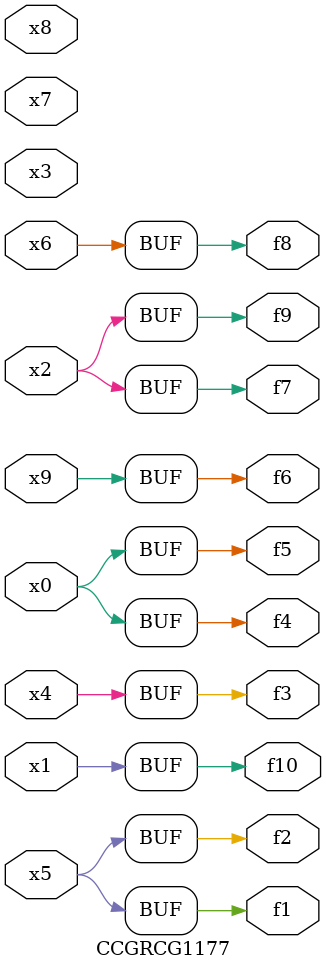
<source format=v>
module CCGRCG1177(
	input x0, x1, x2, x3, x4, x5, x6, x7, x8, x9,
	output f1, f2, f3, f4, f5, f6, f7, f8, f9, f10
);
	assign f1 = x5;
	assign f2 = x5;
	assign f3 = x4;
	assign f4 = x0;
	assign f5 = x0;
	assign f6 = x9;
	assign f7 = x2;
	assign f8 = x6;
	assign f9 = x2;
	assign f10 = x1;
endmodule

</source>
